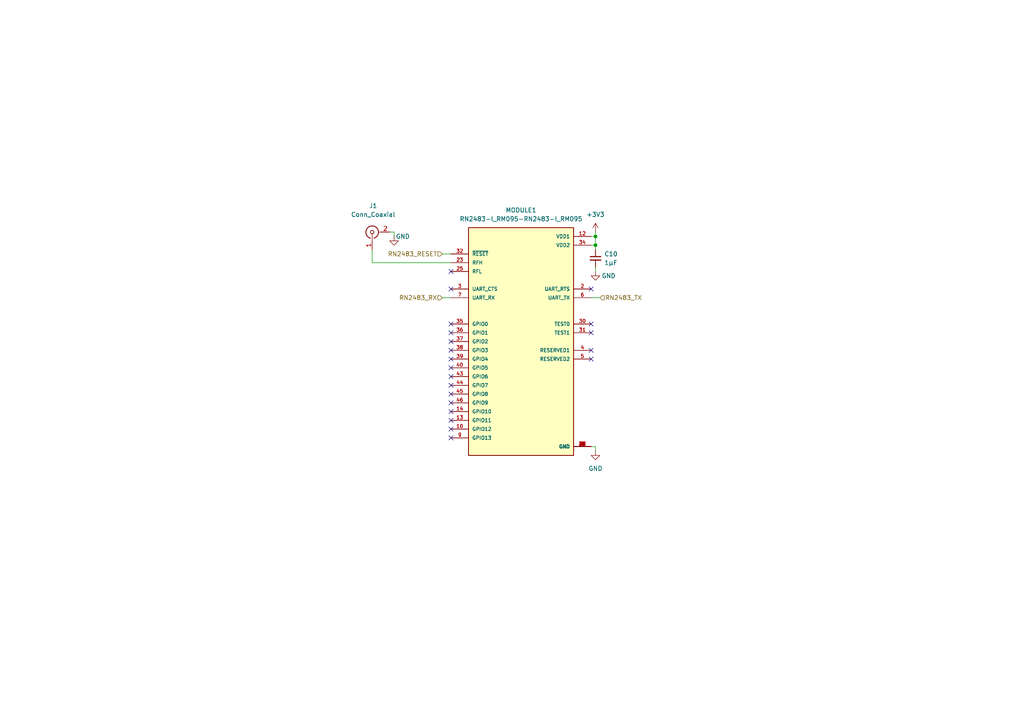
<source format=kicad_sch>
(kicad_sch (version 20211123) (generator eeschema)
  (paper "A4")
  (lib_symbols
    (symbol "AirQualitySensor1.2-rescue:RN2483-I_RM095-RN2483-I_RM095" (pin_names (offset 1.016))
      (property "Reference" "MODULE" (at -15.24 33.0454 0))
      (property "Value" "RN2483-I_RM095-RN2483-I_RM095" (at -15.2654 -35.6108 0))
      (symbol "RN2483-I_RM095-RN2483-I_RM095_0_0"
        (rectangle (start -15.24 -33.02) (end 15.24 33.02) (stroke (width 0.254)) (fill (type background)))
        (pin passive line (at 20.32 -30.48 180) (length 5.08) (name "GND") (number "1"))
        (pin bidirectional line (at -20.32 -25.4 0) (length 5.08) (name "GPIO12") (number "10"))
        (pin passive line (at 20.32 -30.48 180) (length 5.08) (name "GND") (number "11"))
        (pin power_in line (at 20.32 30.48 180) (length 5.08) (name "VDD1") (number "12"))
        (pin bidirectional line (at -20.32 -22.86 0) (length 5.08) (name "GPIO11") (number "13"))
        (pin bidirectional line (at -20.32 -20.32 0) (length 5.08) (name "GPIO10") (number "14"))
        (pin output line (at 20.32 15.24 180) (length 5.08) (name "UART_RTS") (number "2"))
        (pin passive line (at 20.32 -30.48 180) (length 5.08) (name "GND") (number "20"))
        (pin passive line (at 20.32 -30.48 180) (length 5.08) (name "GND") (number "21"))
        (pin passive line (at 20.32 -30.48 180) (length 5.08) (name "GND") (number "22"))
        (pin input line (at -20.32 22.86 0) (length 5.08) (name "RFH") (number "23"))
        (pin passive line (at 20.32 -30.48 180) (length 5.08) (name "GND") (number "24"))
        (pin input line (at -20.32 20.32 0) (length 5.08) (name "RFL") (number "25"))
        (pin passive line (at 20.32 -30.48 180) (length 5.08) (name "GND") (number "26"))
        (pin passive line (at 20.32 -30.48 180) (length 5.08) (name "GND") (number "27"))
        (pin passive line (at 20.32 -30.48 180) (length 5.08) (name "GND") (number "28"))
        (pin input line (at -20.32 15.24 0) (length 5.08) (name "UART_CTS") (number "3"))
        (pin passive line (at 20.32 5.08 180) (length 5.08) (name "TEST0") (number "30"))
        (pin passive line (at 20.32 2.54 180) (length 5.08) (name "TEST1") (number "31"))
        (pin input line (at -20.32 25.4 0) (length 5.08) (name "~{RESET}") (number "32"))
        (pin passive line (at 20.32 -30.48 180) (length 5.08) (name "GND") (number "33"))
        (pin power_in line (at 20.32 27.94 180) (length 5.08) (name "VDD2") (number "34"))
        (pin bidirectional line (at -20.32 5.08 0) (length 5.08) (name "GPIO0") (number "35"))
        (pin bidirectional line (at -20.32 2.54 0) (length 5.08) (name "GPIO1") (number "36"))
        (pin bidirectional line (at -20.32 0 0) (length 5.08) (name "GPIO2") (number "37"))
        (pin bidirectional line (at -20.32 -2.54 0) (length 5.08) (name "GPIO3") (number "38"))
        (pin bidirectional line (at -20.32 -5.08 0) (length 5.08) (name "GPIO4") (number "39"))
        (pin passive line (at 20.32 -2.54 180) (length 5.08) (name "RESERVED1") (number "4"))
        (pin bidirectional line (at -20.32 -7.62 0) (length 5.08) (name "GPIO5") (number "40"))
        (pin passive line (at 20.32 -30.48 180) (length 5.08) (name "GND") (number "41"))
        (pin bidirectional line (at -20.32 -10.16 0) (length 5.08) (name "GPIO6") (number "43"))
        (pin bidirectional line (at -20.32 -12.7 0) (length 5.08) (name "GPIO7") (number "44"))
        (pin bidirectional line (at -20.32 -15.24 0) (length 5.08) (name "GPIO8") (number "45"))
        (pin bidirectional line (at -20.32 -17.78 0) (length 5.08) (name "GPIO9") (number "46"))
        (pin passive line (at 20.32 -30.48 180) (length 5.08) (name "GND") (number "47"))
        (pin passive line (at 20.32 -5.08 180) (length 5.08) (name "RESERVED2") (number "5"))
        (pin output line (at 20.32 12.7 180) (length 5.08) (name "UART_TX") (number "6"))
        (pin input line (at -20.32 12.7 0) (length 5.08) (name "UART_RX") (number "7"))
        (pin passive line (at 20.32 -30.48 180) (length 5.08) (name "GND") (number "8"))
        (pin bidirectional line (at -20.32 -27.94 0) (length 5.08) (name "GPIO13") (number "9"))
      )
    )
    (symbol "Connector:Conn_Coaxial" (pin_names (offset 1.016) hide)
      (property "Reference" "J" (at 0.254 3.048 0))
      (property "Value" "Conn_Coaxial" (at 2.921 0 90))
      (symbol "Conn_Coaxial_0_1"
        (arc (start -1.778 -0.508) (mid 0.222 -1.808) (end 1.778 0) (stroke (width 0.254)))
        (polyline (pts (xy -2.54 0) (xy -0.508 0)))
        (polyline (pts (xy 0 -2.54) (xy 0 -1.778)))
        (circle (center 0 0) (radius 0.508) (stroke (width 0.2032)))
        (arc (start 1.778 0) (mid 0.222 1.8083) (end -1.778 0.508) (stroke (width 0.254)))
      )
      (symbol "Conn_Coaxial_1_1"
        (pin passive line (at -5.08 0 0) (length 2.54) (name "In") (number "1"))
        (pin passive line (at 0 -5.08 90) (length 2.54) (name "Ext") (number "2"))
      )
    )
    (symbol "Device:C_Small" (pin_numbers hide) (pin_names (offset 0.254) hide)
      (property "Reference" "C" (at 0.254 1.778 0))
      (property "Value" "C_Small" (at 0.254 -2.032 0))
      (symbol "C_Small_0_1"
        (polyline (pts (xy -1.524 -0.508) (xy 1.524 -0.508)) (stroke (width 0.3302)))
        (polyline (pts (xy -1.524 0.508) (xy 1.524 0.508)) (stroke (width 0.3048)))
      )
      (symbol "C_Small_1_1"
        (pin passive line (at 0 2.54 270) (length 2.032) (name "~") (number "1"))
        (pin passive line (at 0 -2.54 90) (length 2.032) (name "~") (number "2"))
      )
    )
    (symbol "power:+3.3V" (power) (pin_names (offset 0))
      (property "Value" "+3.3V" (at 0 3.556 0))
      (symbol "+3.3V_0_1"
        (polyline (pts (xy -0.762 1.27) (xy 0 2.54)))
        (polyline (pts (xy 0 0) (xy 0 2.54)))
        (polyline (pts (xy 0 2.54) (xy 0.762 1.27)))
      )
      (symbol "+3.3V_1_1"
        (pin power_in line (at 0 0 90) (length 0) hide (name "+3V3") (number "1"))
      )
    )
    (symbol "power:GND" (power) (pin_names (offset 0))
      (property "Value" "GND" (at 0 -3.81 0))
      (symbol "GND_0_1"
        (polyline (pts (xy 0 0) (xy 0 -1.27) (xy 1.27 -1.27) (xy 0 -2.54) (xy -1.27 -1.27) (xy 0 -1.27)))
      )
      (symbol "GND_1_1"
        (pin power_in line (at 0 0 270) (length 0) hide (name "GND") (number "1"))
      )
    )
  )
  (junction (at 172.72 71.12))
  (junction (at 172.72 68.58))
  (no_connect (at 171.45 83.82))
  (no_connect (at 130.81 93.98))
  (no_connect (at 130.81 96.52))
  (no_connect (at 130.81 99.06))
  (no_connect (at 130.81 78.74))
  (no_connect (at 130.81 83.82))
  (no_connect (at 130.81 101.6))
  (no_connect (at 130.81 104.14))
  (no_connect (at 130.81 106.68))
  (no_connect (at 171.45 104.14))
  (no_connect (at 171.45 101.6))
  (no_connect (at 171.45 96.52))
  (no_connect (at 171.45 93.98))
  (no_connect (at 130.81 127))
  (no_connect (at 130.81 111.76))
  (no_connect (at 130.81 114.3))
  (no_connect (at 130.81 116.84))
  (no_connect (at 130.81 119.38))
  (no_connect (at 130.81 121.92))
  (no_connect (at 130.81 124.46))
  (no_connect (at 130.81 109.22))
  (wire (pts (xy 114.3 68.58) (xy 114.3 67.31)))
  (wire (pts (xy 172.72 71.12) (xy 172.72 72.39)))
  (wire (pts (xy 114.3 67.31) (xy 113.03 67.31)))
  (wire (pts (xy 172.72 71.12) (xy 171.45 71.12)))
  (wire (pts (xy 172.72 77.47) (xy 172.72 78.74)))
  (wire (pts (xy 107.95 76.2) (xy 107.95 72.39)))
  (wire (pts (xy 171.45 129.54) (xy 172.72 129.54)))
  (wire (pts (xy 128.27 86.36) (xy 130.81 86.36)))
  (wire (pts (xy 107.95 76.2) (xy 130.81 76.2)))
  (wire (pts (xy 171.45 86.36) (xy 173.99 86.36)))
  (wire (pts (xy 171.45 68.58) (xy 172.72 68.58)))
  (wire (pts (xy 128.27 73.66) (xy 130.81 73.66)))
  (wire (pts (xy 172.72 68.58) (xy 172.72 71.12)))
  (wire (pts (xy 172.72 129.54) (xy 172.72 130.81)))
  (wire (pts (xy 172.72 67.31) (xy 172.72 68.58)))
  (hierarchical_label "RN2483_RESET" (shape input) (at 128.27 73.66 180))
  (hierarchical_label "RN2483_RX" (shape input) (at 128.27 86.36 180))
  (hierarchical_label "RN2483_TX" (shape input) (at 173.99 86.36 0))
  (symbol (lib_id "power:GND") (at 172.72 130.81 0) (unit 1)
    (property "Reference" "#PWR0128" (effects hide))
    (property "Value" "GND" (at 172.72 135.89 0))
  )
  (symbol (lib_id "AirQualitySensor1.2-rescue:RN2483-I_RM095-RN2483-I_RM095") (at 151.13 99.06 0) (unit 1)
    (property "Reference" "MODULE1" (at 151.13 60.96 0))
    (property "Value" "RN2483-I_RM095-RN2483-I_RM095" (at 151.13 63.5 0))
    (property "Footprint" "RN2483:RN2483A-I&slash_RM105" (effects hide))
    (property "MANUFACTURER" "Microchip" (effects hide))
  )
  (symbol (lib_id "Connector:Conn_Coaxial") (at 107.95 67.31 90) (unit 1)
    (property "Reference" "J1" (at 108.2432 59.69 90))
    (property "Value" "Conn_Coaxial" (at 108.2432 62.23 90))
    (property "Footprint" "Connector_Coaxial:SMA_Amphenol_132289_EdgeMount" (effects hide))
    (property "Datasheet" " ~" (effects hide))
  )
  (symbol (lib_id "power:GND") (at 172.72 78.74 0) (unit 1)
    (property "Reference" "#PWR0119" (effects hide))
    (property "Value" "GND" (at 176.53 80.01 0))
  )
  (symbol (lib_id "power:GND") (at 114.3 68.58 0) (unit 1)
    (property "Reference" "#PWR0129" (effects hide))
    (property "Value" "GND" (at 116.84 68.58 0))
  )
  (symbol (lib_id "Device:C_Small") (at 172.72 74.93 0) (unit 1)
    (property "Reference" "C10" (at 175.26 73.6662 0) (effects (justify left)))
    (property "Value" "1µF" (at 175.26 76.2062 0) (effects (justify left)))
    (property "Footprint" "Capacitor_SMD:C_0805_2012Metric_Pad1.18x1.45mm_HandSolder" (effects hide))
  )
  (symbol (lib_id "power:+3.3V") (at 172.72 67.31 0) (unit 1)
    (property "Reference" "#PWR0126" (effects hide))
    (property "Value" "+3.3V" (at 172.72 62.23 0))
  )
)
</source>
